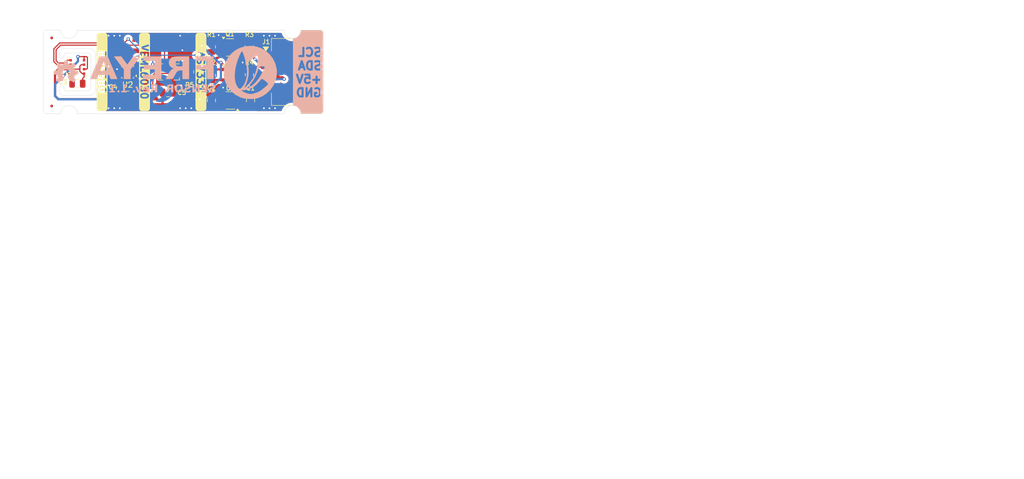
<source format=kicad_pcb>
(kicad_pcb (version 20240108) (generator "pcbnew") (generator_version "8.0")
  (layers (0 "F.Cu" signal) (31 "B.Cu" signal) (34 "B.Paste" user) (35 "F.Paste" user) (36 "B.SilkS" user "B.Silkscreen") (37 "F.SilkS" user "F.Silkscreen") (38 "B.Mask" user) (39 "F.Mask" user) (44 "Edge.Cuts" user))
  (net 0 "")
  (net 4 "Net-(U4-REXT)")
  (net 5 "SDA_5v")
  (net 6 "SCL_5v")
  (net 7 "GND")
  (net 8 "+5V")
  (net 9 "SCL")
  (net 10 "+3V3")
  (net 11 "SDA")
  (footprint "" (layer "F.Cu") (at 165.9 101.4)
    (property "Reference" "" (at 0 0 0) (layer "F.SilkS") (effects (font (size 1.27 1.27))))
    (property "Value" "")
    (pad "" smd circle (at 0 0) (size 0.5 0.5) (layers "F.Cu" "F.Mask") (clearance 0.5))
  )
  (footprint "Resistor_SMD:R_0805_2012Metric" (layer "F.Cu") (at 176.8 108 90)
    (property "Reference" "R4" (at 2.2 0 180) (layer "F.SilkS") (effects (font (size 0.8 0.8))))
    (property "Value" "10k")
    (pad "1" smd roundrect (at -0.9125 0 90) (size 1.025 1.4) (layers "F.Cu" "F.Paste" "F.Mask") (roundrect_rratio 0.243902) (net 8 "+5V"))
    (pad "2" smd roundrect (at 0.9125 0 90) (size 1.025 1.4) (layers "F.Cu" "F.Paste" "F.Mask") (roundrect_rratio 0.243902) (net 5 "SDA_5v"))
  )
  (footprint "Resistor_SMD:R_0805_2012Metric" (layer "F.Cu") (at 166.1 107.5 90)
    (property "Reference" "R5" (at -2.3 0 180) (layer "F.SilkS") (effects (font (size 0.8 0.8))))
    (property "Value" "3M3")
    (pad "1" smd roundrect (at -0.9125 0 90) (size 1.025 1.4) (layers "F.Cu" "F.Paste" "F.Mask") (roundrect_rratio 0.243902) (net 4 "Net-(U4-REXT)"))
    (pad "2" smd roundrect (at 0.9125 0 90) (size 1.025 1.4) (layers "F.Cu" "F.Paste" "F.Mask") (roundrect_rratio 0.243902) (net 7 "GND"))
  )
  (footprint "Capacitor_SMD:C_0805_2012Metric" (layer "F.Cu") (at 155 110.2)
    (property "Reference" "C4" (at -2.6 0 0) (layer "F.SilkS") (effects (font (size 0.8 0.8))))
    (property "Value" "100nF")
    (pad "1" smd roundrect (at -0.95 0) (size 1 1.45) (layers "F.Cu" "F.Paste" "F.Mask") (net 10 "+3V3"))
    (pad "2" smd roundrect (at 0.95 0) (size 1 1.45) (layers "F.Cu" "F.Paste" "F.Mask") (net 7 "GND"))
  )
  (footprint "Fiducial:Fiducial_0.5mm_Mask1.5mm" (layer "F.Cu") (at 141.4 101.4)
    (property "Reference" "REF**" (hide yes))
    (property "Value" "Fiducial_0.5mm_Mask1.5mm" (hide yes))
    (pad "" smd circle (at 0 0) (size 0.5 0.5) (layers "F.Cu" "F.Mask") (clearance 0.5))
  )
  (footprint "Resistor_SMD:R_0805_2012Metric" (layer "F.Cu") (at 170 103 -90)
    (property "Reference" "R1" (at -2.2 0 180) (layer "F.SilkS") (effects (font (size 0.8 0.8))))
    (property "Value" "10k")
    (pad "1" smd roundrect (at -0.9125 0 270) (size 1.025 1.4) (layers "F.Cu" "F.Paste" "F.Mask") (roundrect_rratio 0.243902) (net 10 "+3V3"))
    (pad "2" smd roundrect (at 0.9125 0 270) (size 1.025 1.4) (layers "F.Cu" "F.Paste" "F.Mask") (roundrect_rratio 0.243902) (net 9 "SCL"))
  )
  (footprint "Capacitor_SMD:C_0805_2012Metric" (layer "F.Cu") (at 146 109.6 180)
    (property "Reference" "C3" (at 2.6 0.3 0) (layer "F.SilkS") (effects (font (size 0.8 0.8))))
    (property "Value" "100nF")
    (pad "1" smd roundrect (at -0.95 0 180) (size 1 1.45) (layers "F.Cu" "F.Paste" "F.Mask") (net 10 "+3V3"))
    (pad "2" smd roundrect (at 0.95 0 180) (size 1 1.45) (layers "F.Cu" "F.Paste" "F.Mask") (net 7 "GND"))
  )
  (footprint "Package_TO_SOT_SMD:SOT-23-5" (layer "F.Cu") (at 173.4 112.6 180)
    (property "Reference" "U3" (at 0 2.2 0) (layer "F.SilkS") (effects (font (size 0.8 0.8))))
    (property "Value" "MIC5225-3.3YM5")
    (pad "1" smd roundrect (at -1.1375 -0.95 180) (size 1.325 0.6) (layers "F.Cu" "F.Paste" "F.Mask") (net 8 "+5V"))
    (pad "2" smd roundrect (at -1.1375 0 180) (size 1.325 0.6) (layers "F.Cu" "F.Paste" "F.Mask") (net 7 "GND"))
    (pad "3" smd roundrect (at -1.1375 0.95 180) (size 1.325 0.6) (layers "F.Cu" "F.Paste" "F.Mask") (net 8 "+5V"))
    (pad "4" smd roundrect (at 1.1375 0.95 180) (size 1.325 0.6) (layers "F.Cu" "F.Paste" "F.Mask"))
    (pad "5" smd roundrect (at 1.1375 -0.95 180) (size 1.325 0.6) (layers "F.Cu" "F.Paste" "F.Mask") (net 10 "+3V3"))
  )
  (footprint "Capacitor_SMD:C_0805_2012Metric" (layer "F.Cu") (at 177 112.6 -90)
    (property "Reference" "C1" (at -2.2 0 180) (layer "F.SilkS") (effects (font (size 0.8 0.8))))
    (property "Value" "10uF")
    (pad "1" smd roundrect (at -0.95 0 270) (size 1 1.45) (layers "F.Cu" "F.Paste" "F.Mask") (net 8 "+5V"))
    (pad "2" smd roundrect (at 0.95 0 270) (size 1 1.45) (layers "F.Cu" "F.Paste" "F.Mask") (net 7 "GND"))
  )
  (footprint "Resistor_SMD:R_0805_2012Metric" (layer "F.Cu") (at 176.7625 103 90)
    (property "Reference" "R3" (at 2.1875 0.0375 180) (layer "F.SilkS") (effects (font (size 0.8 0.8))))
    (property "Value" "10k")
    (pad "1" smd roundrect (at -0.9125 0 90) (size 1.025 1.4) (layers "F.Cu" "F.Paste" "F.Mask") (roundrect_rratio 0.243902) (net 8 "+5V"))
    (pad "2" smd roundrect (at 0.9125 0 90) (size 1.025 1.4) (layers "F.Cu" "F.Paste" "F.Mask") (roundrect_rratio 0.243902) (net 6 "SCL_5v"))
  )
  (footprint "Resistor_SMD:R_0805_2012Metric" (layer "F.Cu") (at 170 108.0875 -90)
    (property "Reference" "R2" (at -2.2875 0 180) (layer "F.SilkS") (effects (font (size 0.8 0.8))))
    (property "Value" "10k")
    (pad "1" smd roundrect (at -0.9125 0 270) (size 1.025 1.4) (layers "F.Cu" "F.Paste" "F.Mask") (roundrect_rratio 0.243902) (net 10 "+3V3"))
    (pad "2" smd roundrect (at 0.9125 0 270) (size 1.025 1.4) (layers "F.Cu" "F.Paste" "F.Mask") (roundrect_rratio 0.243902) (net 11 "SDA"))
  )
  (footprint "Capacitor_SMD:C_0805_2012Metric" (layer "F.Cu") (at 162.2 111.2)
    (property "Reference" "C5" (at 2.5 0 0) (layer "F.SilkS") (effects (font (size 0.8 0.8))))
    (property "Value" "100nF")
    (pad "1" smd roundrect (at -0.95 0) (size 1 1.45) (layers "F.Cu" "F.Paste" "F.Mask") (net 10 "+3V3"))
    (pad "2" smd roundrect (at 0.95 0) (size 1 1.45) (layers "F.Cu" "F.Paste" "F.Mask") (net 7 "GND"))
  )
  (footprint "Package_TO_SOT_SMD:SOT-23" (layer "F.Cu") (at 173.4 108)
    (property "Reference" "Q2" (at 0 -2.2 0) (layer "F.SilkS") (effects (font (size 0.8 0.8))))
    (property "Value" "BS170")
    (pad "1" smd roundrect (at -0.9375 -0.95) (size 1.475 0.6) (layers "F.Cu" "F.Paste" "F.Mask") (net 10 "+3V3"))
    (pad "2" smd roundrect (at -0.9375 0.95) (size 1.475 0.6) (layers "F.Cu" "F.Paste" "F.Mask") (net 11 "SDA"))
    (pad "3" smd roundrect (at 0.9375 0) (size 1.475 0.6) (layers "F.Cu" "F.Paste" "F.Mask") (net 5 "SDA_5v"))
  )
  (footprint "" (layer "F.Cu") (at 141.4 113.6)
    (property "Reference" "" (at 0 0 0) (layer "F.SilkS") (effects (font (size 1.27 1.27))))
    (property "Value" "")
    (pad "" smd circle (at 0 0) (size 0.5 0.5) (layers "F.Cu" "F.Mask") (clearance 0.5))
  )
  (footprint "Capacitor_SMD:C_0805_2012Metric" (layer "F.Cu") (at 170 112.6 90)
    (property "Reference" "C2" (at 2.2 0 180) (layer "F.SilkS") (effects (font (size 0.8 0.8))))
    (property "Value" "10uF")
    (pad "1" smd roundrect (at -0.95 0 90) (size 1 1.45) (layers "F.Cu" "F.Paste" "F.Mask") (net 10 "+3V3"))
    (pad "2" smd roundrect (at 0.95 0 90) (size 1 1.45) (layers "F.Cu" "F.Paste" "F.Mask") (net 7 "GND"))
  )
  (footprint "Package_TO_SOT_SMD:SOT-23" (layer "F.Cu") (at 173.325 103.1)
    (property "Reference" "Q1" (at 0 -2.4 0) (layer "F.SilkS") (effects (font (size 0.8 0.8))))
    (property "Value" "BS170")
    (pad "1" smd roundrect (at -0.9375 -0.95) (size 1.475 0.6) (layers "F.Cu" "F.Paste" "F.Mask") (net 10 "+3V3"))
    (pad "2" smd roundrect (at -0.9375 0.95) (size 1.475 0.6) (layers "F.Cu" "F.Paste" "F.Mask") (net 9 "SCL"))
    (pad "3" smd roundrect (at 0.9375 0) (size 1.475 0.6) (layers "F.Cu" "F.Paste" "F.Mask") (net 6 "SCL_5v"))
  )
  (footprint "emcosys:BME680" (layer "F.Cu") (at 146 106.6 90)
    (property "Reference" "U1" (at 0 -2.6 180) (layer "F.SilkS") (effects (font (size 0.8 0.8))))
    (property "Value" "BME680")
    (pad "1" smd rect (at -1.2 -1.2 90) (size 0.43 0.43) (layers "F.Cu" "F.Paste" "F.Mask") (net 7 "GND"))
    (pad "2" smd rect (at -0.4 -1.2 90) (size 0.43 0.43) (layers "F.Cu" "F.Paste" "F.Mask") (net 10 "+3V3"))
    (pad "3" smd rect (at 0.4 -1.2 90) (size 0.43 0.43) (layers "F.Cu" "F.Paste" "F.Mask") (net 11 "SDA"))
    (pad "4" smd rect (at 1.2 -1.2 90) (size 0.43 0.43) (layers "F.Cu" "F.Paste" "F.Mask") (net 9 "SCL"))
    (pad "5" smd rect (at 1.2 1.2 90) (size 0.43 0.43) (layers "F.Cu" "F.Paste" "F.Mask") (net 7 "GND"))
    (pad "6" smd rect (at 0.4 1.2 90) (size 0.43 0.43) (layers "F.Cu" "F.Paste" "F.Mask") (net 10 "+3V3"))
    (pad "7" smd rect (at -0.4 1.2 90) (size 0.43 0.43) (layers "F.Cu" "F.Paste" "F.Mask") (net 7 "GND"))
    (pad "8" smd rect (at -1.2 1.2 90) (size 0.43 0.43) (layers "F.Cu" "F.Paste" "F.Mask") (net 10 "+3V3"))
  )
  (footprint "emcosys:VEML6030" (layer "F.Cu") (at 155 107.5 90)
    (property "Reference" "U2" (at -2.3 0 180) (layer "F.SilkS"))
    (property "Value" "VEML6030")
    (pad "1" smd rect (at -0.65 0.875 90) (size 0.3 0.55) (layers "F.Cu" "F.Paste" "F.Mask") (net 7 "GND"))
    (pad "2" smd rect (at 0 0.875 90) (size 0.3 0.55) (layers "F.Cu" "F.Paste" "F.Mask") (net 11 "SDA"))
    (pad "3" smd rect (at 0.65 0.875 90) (size 0.3 0.55) (layers "F.Cu" "F.Paste" "F.Mask"))
    (pad "4" smd rect (at 0.65 -0.875 90) (size 0.3 0.55) (layers "F.Cu" "F.Paste" "F.Mask") (net 7 "GND"))
    (pad "5" smd rect (at 0 -0.875 90) (size 0.3 0.55) (layers "F.Cu" "F.Paste" "F.Mask") (net 9 "SCL"))
    (pad "6" smd rect (at -0.65 -0.875 90) (size 0.3 0.55) (layers "F.Cu" "F.Paste" "F.Mask") (net 10 "+3V3"))
  )
  (footprint "emcosys:Osram_AS7331" (layer "F.Cu") (at 162.3 107.5 180)
    (property "Reference" "U4" (at -1.3 2.2 0) (layer "F.SilkS") (effects (font (size 0.8 0.8))))
    (property "Value" "AS7331")
    (pad "1" smd rect (at -1.525 0.7 270) (size 0.3 0.3) (layers "F.Cu" "F.Paste" "F.Mask") (net 7 "GND"))
    (pad "2" smd rect (at -1.525 0.25 270) (size 0.3 0.3) (layers "F.Cu" "F.Paste" "F.Mask") (net 7 "GND"))
    (pad "3" smd rect (at -1.525 -0.25 270) (size 0.3 0.3) (layers "F.Cu" "F.Paste" "F.Mask") (net 10 "+3V3"))
    (pad "4" smd rect (at -1.525 -0.7 270) (size 0.3 0.3) (layers "F.Cu" "F.Paste" "F.Mask") (net 4 "Net-(U4-REXT)"))
    (pad "5" smd rect (at -0.7 -1.05 180) (size 0.3 0.3) (layers "F.Cu" "F.Paste" "F.Mask") (net 7 "GND"))
    (pad "6" smd rect (at -0.25 -1.05 180) (size 0.3 0.3) (layers "F.Cu" "F.Paste" "F.Mask") (net 7 "GND"))
    (pad "7" smd rect (at 0.25 -1.05 180) (size 0.3 0.3) (layers "F.Cu" "F.Paste" "F.Mask") (net 7 "GND"))
    (pad "8" smd rect (at 0.7 -1.05 180) (size 0.3 0.3) (layers "F.Cu" "F.Paste" "F.Mask") (net 7 "GND"))
    (pad "9" smd rect (at 1.525 -0.7 270) (size 0.3 0.3) (layers "F.Cu" "F.Paste" "F.Mask"))
    (pad "10" smd rect (at 1.525 -0.25 270) (size 0.3 0.3) (layers "F.Cu" "F.Paste" "F.Mask") (net 10 "+3V3"))
    (pad "11" smd rect (at 1.525 0.25 270) (size 0.3 0.3) (layers "F.Cu" "F.Paste" "F.Mask") (net 7 "GND"))
    (pad "12" smd rect (at 1.525 0.7 270) (size 0.3 0.3) (layers "F.Cu" "F.Paste" "F.Mask") (net 11 "SDA"))
    (pad "13" smd rect (at 0.7 1.05 180) (size 0.3 0.3) (layers "F.Cu" "F.Paste" "F.Mask") (net 9 "SCL"))
    (pad "14" smd rect (at 0.25 1.05 180) (size 0.3 0.3) (layers "F.Cu" "F.Paste" "F.Mask") (net 7 "GND"))
    (pad "15" smd rect (at -0.25 1.05 180) (size 0.3 0.3) (layers "F.Cu" "F.Paste" "F.Mask") (net 7 "GND"))
    (pad "16" smd rect (at -0.7 1.05 180) (size 0.3 0.3) (layers "F.Cu" "F.Paste" "F.Mask") (net 7 "GND"))
  )
  (footprint "emcosys:Grove_SMD_right_angle" (layer "F.Cu") (at 188.5 107.5)
    (property "Reference" "J1" (at -8.7 -5.4 0) (layer "F.SilkS") (effects (font (size 0.8 0.8) (thickness 0.15) (bold yes))))
    (property "Value" "Grove")
    (pad "1" smd rect (at -8 -3) (size 3.4 1) (layers "F.Cu" "F.Paste" "F.Mask") (net 6 "SCL_5v"))
    (pad "2" smd roundrect (at -8 -1) (size 3.4 1) (layers "F.Cu" "F.Paste" "F.Mask") (net 5 "SDA_5v"))
    (pad "3" smd roundrect (at -8 1) (size 3.4 1) (layers "F.Cu" "F.Paste" "F.Mask") (net 8 "+5V"))
    (pad "4" smd roundrect (at -8 3) (size 3.4 1) (layers "F.Cu" "F.Paste" "F.Mask") (net 7 "GND"))
    (pad "5" smd rect (at -0.5 -5.3) (size 3.6 1.5) (layers "F.Cu" "F.Paste" "F.Mask") (net 7 "GND"))
    (pad "5" smd rect (at -0.5 5.3) (size 3.6 1.5) (layers "F.Cu" "F.Paste" "F.Mask") (net 7 "GND"))
  )
  (footprint "emcosys:freyaflower_10mm" (layer "B.Cu") (at 176.9 107.5 180)
    (property "Reference" "G***" (hide yes))
    (property "Value" "LOGO" (hide yes))
  )
  (footprint "LOGO" (layer "B.Cu") (at 144 107.4 180)
    (property "Reference" "G***" (hide yes))
    (property "Value" "LOGO" (hide yes))
  )
  (footprint "emcosys:SpuQ_5mm_copper" (layer "B.Cu") (at 160.8 110.4 90)
    (property "Reference" "G***" (hide yes))
    (property "Value" "LOGO" (hide yes))
    (fp_poly (pts (xy 0.40754 2.458362) (xy 0.85419 2.33569) (xy 1.279237 2.124915) (xy 1.671263 1.82604) (xy 1.750205 1.750205) (xy 2.072836 1.36199) (xy 2.304454 0.938106) (xy 2.443789 0.486553) (xy 2.489569 0.015328) (xy 2.440527 -0.46757) (xy 2.295392 -0.954143) (xy 2.210277 -1.147741) (xy 2.065481 -1.382336) (xy 1.858155 -1.633727) (xy 1.6154 -1.874813) (xy 1.364318 -2.078492) (xy 1.147741 -2.210277) (xy 0.777984 -2.357505) (xy 0.39537 -2.455705) (xy 0.040078 -2.494811) (xy 0.011104 -2.495088) (xy -0.142089 -2.492311) (xy -0.216625 -2.47711) (xy -0.233627 -2.439183) (xy -0.219095 -2.382809) (xy -0.199572 -2.268986) (xy -0.190772 -2.102487) (xy -0.191882 -2.00062) (xy -0.182849 -1.810747) (xy -0.147796 -1.619997) (xy -0.094752 -1.453884) (xy -0.031744 -1.337922) (xy 0.029382 -1.297446) (xy 0.089808 -1.306142) (xy 0.185082 -1.336578) (xy 0.332685 -1.395281) (xy 0.550099 -1.488774) (xy 0.596267 -1.50904) (xy 0.846898 -1.581108) (xy 0.991174 -1.578637) (xy 1.148502 -1.539191) (xy 1.219387 -1.477334) (xy 1.216918 -1.378032) (xy 1.202683 -1.335654) (xy 1.175063 -1.220963) (xy 1.215343 -1.16422) (xy 1.337679 -1.147837) (xy 1.353928 -1.147741) (xy 1.478997 -1.114315) (xy 1.620119 -1.030282) (xy 1.747221 -0.920003) (xy 1.830229 -0.807841) (xy 1.846365 -0.748811) (xy 1.803777 -0.67611) (xy 1.680944 -0.56219) (xy 1.485268 -0.413571) (xy 1.392078 -0.348482) (xy 1.134673 -0.159145) (xy 0.958022 0.005027) (xy 0.850972 0.157772) (xy 0.802371 0.312834) (xy 0.796634 0.385136) (xy 0.754214 0.502549) (xy 0.643748 0.645137) (xy 0.484542 0.789805) (xy 0.416878 0.839421) (xy 0.315254 0.920817) (xy 0.282672 0.997642) (xy 0.299753 1.110018) (xy 0.349967 1.260865) (xy 0.424583 1.431537) (xy 0.44427 1.470178) (xy 0.517372 1.628703) (xy 0.549164 1.743451) (xy 0.534763 1.795285) (xy 0.527497 1.796464) (xy 0.472674 1.769722) (xy 0.358146 1.699071) (xy 0.205236 1.598869) (xy 0.035266 1.483477) (xy -0.130442 1.367254) (xy -0.270564 1.264559) (xy -0.324362 1.222777) (xy -0.498013 1.099494) (xy -0.690992 0.984542) (xy -0.748527 0.95521) (xy -0.899208 0.870256) (xy -1.088101 0.746135) (xy -1.277131 0.60803) (xy -1.297446 0.592162) (xy -1.452121 0.461589) (xy -1.584169 0.325733) (xy -1.712169 0.161629) (xy -1.854697 -0.053686) (xy -1.963292 -0.230918) (xy -2.091992 -0.438214) (xy -2.204883 -0.607674) (xy -2.291376 -0.7243) (xy -2.340884 -0.773091) (xy -2.345992 -0.773101) (xy -2.379195 -0.713358) (xy -2.418914 -0.588517) (xy -2.441148 -0.496112) (xy -2.493765 -0.019947) (xy -2.450435 0.4514) (xy -2.314774 0.906174) (xy -2.090396 1.332622) (xy -1.780917 1.71899) (xy -1.750205 1.750205) (xy -1.366777 2.068039) (xy -0.947872 2.297772) (xy -0.504907 2.439404) (xy -0.049297 2.492934) (xy 0.40754 2.458362)) (stroke (width 0.01)) (fill solid) (layer "B.Cu"))
  )
  (gr_arc (start 190 114.5) (mid 189.853553 114.853553) (end 189.5 115) (stroke (width 0.05)) (layer "Edge.Cuts"))
  (gr_line (start 143.6 103.3) (end 148.2 103.3) (stroke (width 0.05)) (layer "Edge.Cuts"))
  (gr_arc (start 189.5 100) (mid 189.853553 100.146447) (end 190 100.5) (stroke (width 0.05)) (layer "Edge.Cuts"))
  (gr_line (start 140.5 100) (end 143 100) (stroke (width 0.05)) (layer "Edge.Cuts"))
  (gr_line (start 143.6 111.7) (end 148.2 111.7) (stroke (width 0.05)) (layer "Edge.Cuts"))
  (gr_arc (start 143.6 111.7) (mid 143.034315 111.465685) (end 142.8 110.9) (stroke (width 0.05)) (layer "Edge.Cuts"))
  (gr_line (start 146 100) (end 183 100) (stroke (width 0.05)) (layer "Edge.Cuts"))
  (gr_line (start 144 110.9) (end 147.8 110.9) (stroke (width 0.05)) (layer "Edge.Cuts"))
  (gr_arc (start 148.2 103.300001) (mid 148.914426 103.585574) (end 149.199999 104.3) (stroke (width 0.05)) (layer "Edge.Cuts"))
  (gr_arc (start 140 100.5) (mid 140.146447 100.146447) (end 140.5 100) (stroke (width 0.05)) (layer "Edge.Cuts"))
  (gr_arc (start 183 115) (mid 184.5 113.5) (end 186 115) (stroke (width 0.05)) (layer "Edge.Cuts"))
  (gr_line (start 186 100) (end 189.5 100) (stroke (width 0.05)) (layer "Edge.Cuts"))
  (gr_arc (start 142.8 110.3) (mid 143.2 109.9) (end 143.6 110.3) (stroke (width 0.05)) (layer "Edge.Cuts"))
  (gr_arc (start 140.5 115) (mid 140.146447 114.853553) (end 140 114.5) (stroke (width 0.05)) (layer "Edge.Cuts"))
  (gr_line (start 189.5 115) (end 186 115) (stroke (width 0.05)) (layer "Edge.Cuts"))
  (gr_line (start 190 100.5) (end 190 114.5) (stroke (width 0.05)) (layer "Edge.Cuts"))
  (gr_line (start 183 115) (end 146 115) (stroke (width 0.05)) (layer "Edge.Cuts"))
  (gr_arc (start 143.6 104.7) (mid 143.2 105.1) (end 142.8 104.7) (stroke (width 0.05)) (layer "Edge.Cuts"))
  (gr_line (start 140 114.5) (end 140 100.5) (stroke (width 0.05)) (layer "Edge.Cuts"))
  (gr_line (start 143.6 110.3) (end 143.6 110.5) (stroke (width 0.05)) (layer "Edge.Cuts"))
  (gr_line (start 142.8 110.3) (end 142.8 110.9) (stroke (width 0.05)) (layer "Edge.Cuts"))
  (gr_line (start 148.4 110.3) (end 148.4 104.7) (stroke (width 0.05)) (layer "Edge.Cuts"))
  (gr_arc (start 143 115) (mid 144.5 113.5) (end 146 115) (stroke (width 0.05)) (layer "Edge.Cuts"))
  (gr_line (start 149.2 110.7) (end 149.2 104.3) (stroke (width 0.05)) (layer "Edge.Cuts"))
  (gr_arc (start 148.4 110.3) (mid 148.224264 110.724264) (end 147.8 110.9) (stroke (width 0.05)) (layer "Edge.Cuts"))
  (gr_arc (start 146 100) (mid 144.5 101.5) (end 143 100) (stroke (width 0.05)) (layer "Edge.Cuts"))
  (gr_line (start 143.6 104.7) (end 143.6 104.5) (stroke (width 0.05)) (layer "Edge.Cuts"))
  (gr_arc (start 149.199999 110.7) (mid 148.914426 111.414426) (end 148.2 111.699999) (stroke (width 0.05)) (layer "Edge.Cuts"))
  (gr_arc (start 142.8 104.1) (mid 143.034315 103.534315) (end 143.6 103.3) (stroke (width 0.05)) (layer "Edge.Cuts"))
  (gr_arc (start 147.8 104.1) (mid 148.224264 104.275736) (end 148.4 104.7) (stroke (width 0.05)) (layer "Edge.Cuts"))
  (gr_arc (start 143.6 104.5) (mid 143.717157 104.217157) (end 144 104.1) (stroke (width 0.05)) (layer "Edge.Cuts"))
  (gr_line (start 144 104.1) (end 147.8 104.1) (stroke (width 0.05)) (layer "Edge.Cuts"))
  (gr_arc (start 186 100) (mid 184.5 101.5) (end 183 100) (stroke (width 0.05)) (layer "Edge.Cuts"))
  (gr_line (start 142.8 104.7) (end 142.8 104.1) (stroke (width 0.05)) (layer "Edge.Cuts"))
  (gr_arc (start 144 110.9) (mid 143.717157 110.782843) (end 143.6 110.5) (stroke (width 0.05)) (layer "Edge.Cuts"))
  (gr_line (start 143 115) (end 140.5 115) (stroke (width 0.05)) (layer "Edge.Cuts"))
  (gr_text "SENSOR  Rev. 1.1" (at 170.8 111.4 0) (layer "B.SilkS") (effects (font (size 1.4 1.4) (thickness 0.28) (bold yes)) (justify left bottom mirror)))
  (gr_text "SCL\nSDA\n+5V\nGND" (at 190 112.1 0) (layer "B.SilkS" knockout) (effects (font (size 1.5 1.5) (thickness 0.375) (bold yes)) (justify left bottom mirror)))
  (gr_text "FREYA" (at 171 109.462615 0) (layer "B.SilkS") (effects (font (size 4 4.6) (thickness 1) (bold yes)) (justify left bottom mirror)))
  (gr_text "BME680" (at 149.6 107.5 270) (layer "F.SilkS" knockout) (effects (font (size 1.3 1.3) (thickness 0.3) (bold yes)) (justify bottom)))
  (gr_text "AS7331" (at 167.3 107.5 270) (layer "F.SilkS" knockout) (effects (font (size 1.3 1.3) (thickness 0.3) (bold yes)) (justify bottom)))
  (gr_text "VEML6030" (at 157.2 107.5 270) (layer "F.SilkS" knockout) (effects (font (size 1.3 1.3) (thickness 0.3) (bold yes)) (justify bottom)))
  (segment (start 165.0125 108.4125) (end 166.1 108.4125) (width 0.2) (layer "F.Cu") (net 4))
  (segment (start 163.825 108.2) (end 164.8 108.2) (width 0.2) (layer "F.Cu") (net 4))
  (segment (start 164.8 108.2) (end 165.0125 108.4125) (width 0.2) (layer "F.Cu") (net 4))
  (segment (start 174.3375 108) (end 175.2 108) (width 0.4) (layer "F.Cu") (net 5))
  (segment (start 176.1125 107.0875) (end 176.8 107.0875) (width 0.4) (layer "F.Cu") (net 5))
  (segment (start 177.7125 107.0875) (end 178.3 106.5) (width 0.4) (layer "F.Cu") (net 5))
  (segment (start 176.8 107.0875) (end 177.7125 107.0875) (width 0.4) (layer "F.Cu") (net 5))
  (segment (start 178.3 106.5) (end 180.5 106.5) (width 0.4) (layer "F.Cu") (net 5))
  (segment (start 175.2 108) (end 176.1125 107.0875) (width 0.4) (layer "F.Cu") (net 5))
  (segment (start 178.2 102.6) (end 178.2 104.2) (width 0.4) (layer "F.Cu") (net 6))
  (segment (start 178.2 104.2) (end 178.5 104.5) (width 0.4) (layer "F.Cu") (net 6))
  (segment (start 176.7625 102.0875) (end 177.6875 102.0875) (width 0.4) (layer "F.Cu") (net 6))
  (segment (start 176.1125 102.0875) (end 176.7625 102.0875) (width 0.4) (layer "F.Cu") (net 6))
  (segment (start 177.6875 102.0875) (end 178.2 102.6) (width 0.4) (layer "F.Cu") (net 6))
  (segment (start 178.5 104.5) (end 180.5 104.5) (width 0.4) (layer "F.Cu") (net 6))
  (segment (start 174.2625 103.1) (end 175.1 103.1) (width 0.4) (layer "F.Cu") (net 6))
  (segment (start 175.1 103.1) (end 176.1125 102.0875) (width 0.4) (layer "F.Cu") (net 6))
  (segment (start 147.65 104.75) (end 147.35 104.75) (width 0.2) (layer "F.Cu") (net 7))
  (segment (start 145.05 108.8) (end 144.8 108.55) (width 0.2) (layer "F.Cu") (net 7))
  (segment (start 175.8 113) (end 175.8 113.4) (width 0.4) (layer "F.Cu") (net 7))
  (segment (start 147.8 104.9) (end 147.65 104.75) (width 0.2) (layer "F.Cu") (net 7))
  (segment (start 175.8 113.4) (end 175.95 113.55) (width 0.4) (layer "F.Cu") (net 7))
  (segment (start 162.55 106.45) (end 163 106.45) (width 0.2) (layer "F.Cu") (net 7))
  (segment (start 147.3 104.75) (end 147.35 104.75) (width 0.2) (layer "F.Cu") (net 7))
  (segment (start 147.2 104.85) (end 147.2 105.4) (width 0.2) (layer "F.Cu") (net 7))
  (segment (start 162.05 108.55) (end 162.55 108.55) (width 0.2) (layer "F.Cu") (net 7))
  (segment (start 161.85 107.25) (end 162.05 107.05) (width 0.2) (layer "F.Cu") (net 7))
  (segment (start 175.95 113.55) (end 177 113.55) (width 0.4) (layer "F.Cu") (net 7))
  (segment (start 160.775 107.25) (end 161.85 107.25) (width 0.2) (layer "F.Cu") (net 7))
  (segment (start 147.35 104.75) (end 147.1 104.75) (width 0.2) (layer "F.Cu") (net 7))
  (segment (start 145.05 109.6) (end 145.05 108.8) (width 0.2) (layer "F.Cu") (net 7))
  (segment (start 162.25 107.25) (end 162.05 107.05) (width 0.2) (layer "F.Cu") (net 7))
  (segment (start 162.05 106.45) (end 162.55 106.45) (width 0.2) (layer "F.Cu") (net 7))
  (segment (start 163.825 107.25) (end 162.25 107.25) (width 0.2) (layer "F.Cu") (net 7))
  (segment (start 144.8 108.55) (end 144.8 107.8) (width 0.2) (layer "F.Cu") (net 7))
  (segment (start 161.6 108.55) (end 162.05 108.55) (width 0.2) (layer "F.Cu") (net 7))
  (segment (start 162.05 107.05) (end 162.05 106.45) (width 0.2) (layer "F.Cu") (net 7))
  (segment (start 147.2 107) (end 147.65 107) (width 0.2) (layer "F.Cu") (net 7))
  (segment (start 146.1 104.75) (end 147.1 104.75) (width 0.2) (layer "F.Cu") (net 7))
  (segment (start 143.85 107.8) (end 143.5 108.15) (width 0.2) (layer "F.Cu") (net 7))
  (segment (start 147.8 106.85) (end 147.8 104.9) (width 0.2) (layer "F.Cu") (net 7))
  (segment (start 144.8 107.8) (end 143.85 107.8) (width 0.2) (layer "F.Cu") (net 7))
  (segment (start 147.65 107) (end 147.8 106.85) (width 0.2) (layer "F.Cu") (net 7))
  (segment (start 163.825 106.8) (end 163.825 107.25) (width 0.2) (layer "F.Cu") (net 7))
  (segment (start 162.55 108.55) (end 163 108.55) (width 0.2) (layer "F.Cu") (net 7))
  (segment (start 175.4 112.6) (end 175.8 113) (width 0.4) (layer "F.Cu") (net 7))
  (segment (start 174.5375 112.6) (end 175.4 112.6) (width 0.4) (layer "F.Cu") (net 7))
  (segment (start 147.1 104.75) (end 147.2 104.85) (width 0.2) (layer "F.Cu") (net 7))
  (segment (start 147.2 104.85) (end 147.3 104.75) (width 0.2) (layer "F.Cu") (net 7))
  (via (at 164.6 109.9) (size 0.6) (drill 0.3) (layers "F.Cu" "B.Cu") (net 7))
  (via (at 171.3 100.9) (size 0.6) (drill 0.3) (layers "F.Cu" "B.Cu") (net 7))
  (via (at 175.6 105.8) (size 0.6) (drill 0.3) (layers "F.Cu" "B.Cu") (net 7))
  (via (at 153.6 101) (size 0.6) (drill 0.3) (layers "F.Cu" "B.Cu") (net 7))
  (via (at 179.4 114) (size 0.6) (drill 0.3) (layers "F.Cu" "B.Cu") (net 7))
  (via (at 179.4 101) (size 0.6) (drill 0.3) (layers "F.Cu" "B.Cu") (net 7))
  (via (at 152.6 101) (size 0.6) (drill 0.3) (layers "F.Cu" "B.Cu") (net 7))
  (via (at 146.1 104.75) (size 0.6) (drill 0.3) (layers "F.Cu" "B.Cu") (net 7))
  (via (at 151.6 109.9) (size 0.6) (drill 0.3) (layers "F.Cu" "B.Cu") (net 7))
  (via (at 151.6 114) (size 0.6) (drill 0.3) (layers "F.Cu" "B.Cu") (net 7))
  (via (at 164.4 114) (size 0.6) (drill 0.3) (layers "F.Cu" "B.Cu") (net 7))
  (via (at 172.1 110.3) (size 0.6) (drill 0.3) (layers "F.Cu" "B.Cu") (net 7))
  (via (at 181.4 114) (size 0.6) (drill 0.3) (layers "F.Cu" "B.Cu") (net 7))
  (via (at 180.4 101) (size 0.6) (drill 0.3) (layers "F.Cu" "B.Cu") (net 7))
  (via (at 153.1 107) (size 0.6) (drill 0.3) (layers "F.Cu" "B.Cu") (net 7))
  (via (at 168.3 106.4) (size 0.6) (drill 0.3) (layers "F.Cu" "B.Cu") (net 7))
  (via (at 151.6 101) (size 0.6) (drill 0.3) (layers "F.Cu" "B.Cu") (net 7))
  (via (at 143.5 108.15) (size 0.6) (drill 0.3) (layers "F.Cu" "B.Cu") (net 7))
  (via (at 153.6 114) (size 0.6) (drill 0.3) (layers "F.Cu" "B.Cu") (net 7))
  (via (at 157.1 108.7) (size 0.6) (drill 0.3) (layers "F.Cu" "B.Cu") (net 7))
  (via (at 152.6 114) (size 0.6) (drill 0.3) (layers "F.Cu" "B.Cu") (net 7))
  (via (at 166.4 114) (size 0.6) (drill 0.3) (layers "F.Cu" "B.Cu") (net 7))
  (via (at 165.4 114) (size 0.6) (drill 0.3) (layers "F.Cu" "B.Cu") (net 7))
  (via (at 151.6 106.5) (size 0.6) (drill 0.3) (layers "F.Cu" "B.Cu") (net 7))
  (via (at 164.8 103.6) (size 0.6) (drill 0.3) (layers "F.Cu" "B.Cu") (net 7))
  (via (at 181.4 101) (size 0.6) (drill 0.3) (layers "F.Cu" "B.Cu") (net 7))
  (via (at 164.8 105.5) (size 0.6) (drill 0.3) (layers "F.Cu" "B.Cu") (net 7))
  (via (at 164.4 101) (size 0.6) (drill 0.3) (layers "F.Cu" "B.Cu") (net 7))
  (via (at 180.4 114) (size 0.6) (drill 0.3) (layers "F.Cu" "B.Cu") (net 7))
  (segment (start 144 107.7) (end 142 109.7) (width 0.4) (layer "B.Cu") (net 7))
  (segment (start 142 109.7) (end 142 110) (width 0.4) (layer "B.Cu") (net 7))
  (segment (start 142.6 112.4) (end 152.2 112.4) (width 0.4) (layer "B.Cu") (net 7))
  (segment (start 146.1 105.6) (end 146.1 104.75) (width 0.4) (layer "B.Cu") (net 7))
  (segment (start 144 107.7) (end 146.1 105.6) (width 0.4) (layer "B.Cu") (net 7))
  (segment (start 142 110) (end 142 111.8) (width 0.4) (layer "B.Cu") (net 7))
  (segment (start 142 111.8) (end 142.6 112.4) (width 0.4) (layer "B.Cu") (net 7))
  (segment (start 182.7 108.5) (end 180.5 108.5) (width 0.5) (layer "F.Cu") (net 8))
  (segment (start 173.4 113) (end 173.4 112) (width 0.2) (layer "F.Cu") (net 8))
  (segment (start 176.8 110.4) (end 177 110.6) (width 0.5) (layer "F.Cu") (net 8))
  (segment (start 173.4 112) (end 173.75 111.65) (width 0.2) (layer "F.Cu") (net 8))
  (segment (start 177 110.6) (end 177 111.65) (width 0.5) (layer "F.Cu") (net 8))
  (segment (start 173.75 111.65) (end 174.5375 111.65) (width 0.2) (layer "F.Cu") (net 8))
  (segment (start 183.02 108.78) (end 183 108.8) (width 0.5) (layer "F.Cu") (net 8))
  (segment (start 176.7625 103.9125) (end 176.7625 104.1625) (width 0.4) (layer "F.Cu") (net 8))
  (segment (start 173.95 113.55) (end 173.4 113) (width 0.2) (layer "F.Cu") (net 8))
  (segment (start 177 111.65) (end 174.5375 111.65) (width 0.5) (layer "F.Cu") (net 8))
  (segment (start 180.5 108.5) (end 178.5 108.5) (width 0.5) (layer "F.Cu") (net 8))
  (segment (start 178.0875 108.9125) (end 176.8 108.9125) (width 0.5) (layer "F.Cu") (net 8))
  (segment (start 176.8 108.9125) (end 176.8 110.4) (width 0.5) (layer "F.Cu") (net 8))
  (segment (start 183 108.8) (end 182.7 108.5) (width 0.5) (layer "F.Cu") (net 8))
  (segment (start 176.7625 104.1625) (end 177.8 105.2) (width 0.4) (layer "F.Cu") (net 8))
  (segment (start 174.5375 113.55) (end 173.95 113.55) (width 0.2) (layer "F.Cu") (net 8))
  (segment (start 178.5 108.5) (end 178.0875 108.9125) (width 0.5) (layer "F.Cu") (net 8))
  (via (at 177.8 105.2) (size 0.5) (drill 0.3) (layers "F.Cu" "B.Cu") (net 8))
  (via (at 183.02 108.78) (size 0.6) (drill 0.3) (layers "F.Cu" "B.Cu") (net 8))
  (segment (start 181.38 108.78) (end 177.8 105.2) (width 0.4) (layer "B.Cu") (net 8))
  (segment (start 183.02 108.78) (end 181.38 108.78) (width 0.4) (layer "B.Cu") (net 8))
  (segment (start 142.188226 103.51581) (end 143.004036 102.7) (width 0.2) (layer "F.Cu") (net 9))
  (segment (start 161.6 106.45) (end 161.6 102.7) (width 0.2) (layer "F.Cu") (net 9))
  (segment (start 154.125 107.5) (end 154.6 107.5) (width 0.2) (layer "F.Cu") (net 9))
  (segment (start 154.6 107.5) (end 155 107.1) (width 0.2) (layer "F.Cu") (net 9))
  (segment (start 144.8 105.4) (end 144.2 105.4) (width 0.2) (layer "F.Cu") (net 9))
  (segment (start 144.2 105.4) (end 143.7 105.9) (width 0.2) (layer "F.Cu") (net 9))
  (segment (start 143.7 105.9) (end 142.6 105.9) (width 0.2) (layer "F.Cu") (net 9))
  (segment (start 172.3875 104.05) (end 170.1375 104.05) (width 0.4) (layer "F.Cu") (net 9))
  (segment (start 155 107.1) (end 155 102.7) (width 0.2) (layer "F.Cu") (net 9))
  (segment (start 155 102.7) (end 161.6 102.7) (width 0.2) (layer "F.Cu") (net 9))
  (segment (start 161.6 102.7) (end 166.5 102.7) (width 0.2) (layer "F.Cu") (net 9))
  (segment (start 166.5 102.7) (end 167.7125 103.9125) (width 0.2) (layer "F.Cu") (net 9))
  (segment (start 167.7125 103.9125) (end 170 103.9125) (width 0.2) (layer "F.Cu") (net 9))
  (segment (start 142.188226 105.488226) (end 142.188226 103.51581) (width 0.2) (layer "F.Cu") (net 9))
  (segment (start 142.6 105.9) (end 142.188226 105.488226) (width 0.2) (layer "F.Cu") (net 9))
  (segment (start 170.1375 104.05) (end 170 103.9125) (width 0.4) (layer "F.Cu") (net 9))
  (segment (start 143.004036 102.7) (end 155 102.7) (width 0.2) (layer "F.Cu") (net 9))
  (segment (start 142.605099 112.405099) (end 142 111.8) (width 0.4) (layer "F.Cu") (net 10))
  (segment (start 160.775 107.75) (end 163.825 107.75) (width 0.2) (layer "F.Cu") (net 10))
  (segment (start 146.85 107.8) (end 147.2 107.8) (width 0.2) (layer "F.Cu") (net 10))
  (segment (start 170 102.0875) (end 169.0125 102.0875) (width 0.4) (layer "F.Cu") (net 10))
  (segment (start 146.45 106.85) (end 146.45 106.95) (width 0.2) (layer "F.Cu") (net 10))
  (segment (start 146.7 106.2) (end 146.45 106.45) (width 0.2) (layer "F.Cu") (net 10))
  (segment (start 172.4625 107.05) (end 172.4625 106.5625) (width 0.4) (layer "F.Cu") (net 10))
  (segment (start 161.25 113.25) (end 161.25 111.2) (width 0.4) (layer "F.Cu") (net 10))
  (segment (start 167.9 112.4) (end 167.9 113.2) (width 0.4) (layer "F.Cu") (net 10))
  (segment (start 146.95 108.65) (end 147.2 108.4) (width 0.2) (layer "F.Cu") (net 10))
  (segment (start 169.0125 102.0875) (end 168.3 102.8) (width 0.4) (layer "F.Cu") (net 10))
  (segment (start 161.2 113.3) (end 161.25 113.25) (width 0.4) (layer "F.Cu") (net 10))
  (segment (start 147.2 106.2) (end 146.7 106.2) (width 0.2) (layer "F.Cu") (net 10))
  (segment (start 146.3 107) (end 146.45 107.15) (width 0.2) (layer "F.Cu") (net 10))
  (segment (start 144.8 107) (end 142.6 107) (width 0.4) (layer "F.Cu") (net 10))
  (segment (start 142 107.6) (end 142.6 107) (width 0.4) (layer "F.Cu") (net 10))
  (segment (start 146.45 106.95) (end 146.45 107.15) (width 0.2) (layer "F.Cu") (net 10))
  (segment (start 154.05 112.35) (end 154 112.4) (width 0.4) (layer "F.Cu") (net 10))
  (segment (start 168.05 113.55) (end 167.8 113.3) (width 0.4) (layer "F.Cu") (net 10))
  (segment (start 167.8 113.3) (end 161.2 113.3) (width 0.4) (layer "F.Cu") (net 10))
  (segment (start 146.95 109.6) (end 146.95 108.65) (width 0.2) (layer "F.Cu") (net 10))
  (segment (start 153.4 108.4) (end 153.4 108.8) (width 0.4) (layer "F.Cu") (net 10))
  (segment (start 149 112.4) (end 148.994901 112.405099) (width 0.4) (layer "F.Cu") (net 10))
  (segment (start 161.2 113.3) (end 158.7 113.3) (width 0.4) (layer "F.Cu") (net 10))
  (segment (start 159.5 108.1) (end 159.5 110.7) (width 0.2) (layer "F.Cu") (net 10))
  (segment (start 170.125 107.05) (end 170 107.175) (width 0.4) (layer "F.Cu") (net 10))
  (segment (start 146.45 106.45) (end 146.45 106.85) (width 0.2) (layer "F.Cu") (net 10))
  (segment (start 149 112.4) (end 154 112.4) (width 0.4) (layer "F.Cu") (net 10))
  (segment (start 172.4625 107.05) (end 170.125 107.05) (width 0.4) (layer "F.Cu") (net 10))
  (segment (start 153.65 108.15) (end 153.4 108.4) (width 0.4) (layer "F.Cu") (net 10))
  (segment (start 154 112.4) (end 157.8 112.4) (width 0.4) (layer "F.Cu") (net 10))
  (segment (start 142 111.8) (end 142 107.6) (width 0.4) (layer "F.Cu") (net 10))
  (segment (start 160.775 107.75) (end 159.85 107.75) (width 0.2) (layer "F.Cu") (net 10))
  (segment (start 148.994901 112.405099) (end 142.605099 112.405099) (width 0.4) (layer "F.Cu") (net 10))
  (segment (start 160 111.2) (end 161.25 111.2) (width 0.2) (layer "F.Cu") (net 10))
  (segment (start 154.125 108.15) (end 153.65 108.15) (width 0.4) (layer "F.Cu") (net 10))
  (segment (start 153.4 108.8) (end 154.05 109.45) (width 0.4) (layer "F.Cu") (net 10))
  (segment (start 146.45 107.4) (end 146.85 107.8) (width 0.2) (layer "F.Cu") (net 10))
  (segment (start 147.2 108.4) (end 147.2 107.8) (width 0.2) (layer "F.Cu") (net 10))
  (segment (start 172.4625 106.5625) (end 171.7 105.8) (width 0.4) (layer "F.Cu") (net 10))
  (segment (start 167.9 113.2) (end 167.8 113.3) (width 0.4) (layer "F.Cu") (net 10))
  (segment (start 172.2625 113.55) (end 170 113.55) (width 0.4) (layer "F.Cu") (net 10))
  (segment (start 154.05 109.45) (end 154.05 110.2) (width 0.4) (layer "F.Cu") (net 10))
  (segment (start 170.0625 102.15) (end 170 102.0875) (width 0.4) (layer "F.Cu") (net 10))
  (segment (start 172.3875 102.15) (end 170.0625 102.15) (width 0.4) (layer "F.Cu") (net 10))
  (segment (start 146.45 107.15) (end 146.45 107.4) (width 0.2) (layer "F.Cu") (net 10))
  (segment (start 146.3 107) (end 146.45 106.85) (width 0.2) (layer "F.Cu") (net 10))
  (segment (start 170 113.55) (end 168.05 113.55) (width 0.4) (layer "F.Cu") (net 10))
  (segment (start 159.85 107.75) (end 159.5 108.1) (width 0.2) (layer "F.Cu") (net 10))
  (segment (start 146.3 107) (end 146.4 107) (width 0.2) (layer "F.Cu") (net 10))
  (segment (start 158.7 113.3) (end 157.8 112.4) (width 0.4) (layer "F.Cu") (net 10))
  (segment (start 159.5 110.7) (end 160 111.2) (width 0.2) (layer "F.Cu") (net 10))
  (segment (start 144.8 107) (end 146.3 107) (width 0.2) (layer "F.Cu") (net 10))
  (segment (start 146.4 107) (end 146.45 106.95) (width 0.2) (layer "F.Cu") (net 10))
  (segment (start 154.05 110.2) (end 154.05 112.35) (width 0.4) (layer "F.Cu") (net 10))
  (via (at 168.3 102.8) (size 0.6) (drill 0.3) (layers "F.Cu" "B.Cu") (net 10))
  (via (at 167.9 112.4) (size 0.6) (drill 0.3) (layers "F.Cu" "B.Cu") (net 10))
  (via (at 171.7 105.8) (size 0.6) (drill 0.3) (layers "F.Cu" "B.Cu") (net 10))
  (segment (start 168.3 102.8) (end 171.3 105.8) (width 0.4) (layer "B.Cu") (net 10))
  (segment (start 171.7 105.8) (end 171.7 108.6) (width 0.4) (layer "B.Cu") (net 10))
  (segment (start 171.7 108.6) (end 167.9 112.4) (width 0.4) (layer "B.Cu") (net 10))
  (segment (start 171.3 105.8) (end 171.7 105.8) (width 0.4) (layer "B.Cu") (net 10))
  (segment (start 169.3 109) (end 167.3 107) (width 0.2) (layer "F.Cu") (net 11))
  (segment (start 141.788226 105.653912) (end 141.788226 103.350124) (width 0.2) (layer "F.Cu") (net 11))
  (segment (start 154.4 102.3) (end 155.1 101.6) (width 0.2) (layer "F.Cu") (net 11))
  (segment (start 167.3 107) (end 167.3 104.5) (width 0.2) (layer "F.Cu") (net 11))
  (segment (start 170 109) (end 169.3 109) (width 0.2) (layer "F.Cu") (net 11))
  (segment (start 156.3 107.5) (end 156.6 107.2) (width 0.2) (layer "F.Cu") (net 11))
  (segment (start 156.6 105) (end 156.7 104.9) (width 0.2) (layer "F.Cu") (net 11))
  (segment (start 160.775 106.8) (end 160.2 106.8) (width 0.2) (layer "F.Cu") (net 11))
  (segment (start 143.965686 106.2) (end 143.865686 106.3) (width 0.2) (layer "F.Cu") (net 11))
  (segment (start 144.8 106.2) (end 143.965686 106.2) (width 0.2) (layer "F.Cu") (net 11))
  (segment (start 143.865686 106.3) (end 142.434314 106.3) (width 0.2) (layer "F.Cu") (net 11))
  (segment (start 156.6 105.8) (end 156.6 105) (width 0.2) (layer "F.Cu") (net 11))
  (segment (start 142.434314 106.3) (end 141.788226 105.653912) (width 0.2) (layer "F.Cu") (net 11))
  (segment (start 160.2 106.8) (end 159.5 106.1) (width 0.2) (layer "F.Cu") (net 11))
  (segment (start 142.83835 102.3) (end 154.4 102.3) (width 0.2) (layer "F.Cu") (net 11))
  (segment (start 170.05 108.95) (end 170 109) (width 0.4) (layer "F.Cu") (net 11))
  (segment (start 156.6 107.2) (end 156.6 105.8) (width 0.2) (layer "F.Cu") (net 11))
  (segment (start 155.875 107.5) (end 156.3 107.5) (width 0.2) (layer "F.Cu") (net 11))
  (segment (start 172.4625 108.95) (end 170.05 108.95) (width 0.4) (layer "F.Cu") (net 11))
  (segment (start 141.788226 103.350124) (end 142.83835 102.3) (width 0.2) (layer "F.Cu") (net 11))
  (via (at 167.3 104.5) (size 0.6) (drill 0.3) (layers "F.Cu" "B.Cu") (net 11))
  (via (at 159.5 106.1) (size 0.6) (drill 0.3) (layers "F.Cu" "B.Cu") (net 11))
  (via (at 155.1 101.6) (size 0.6) (drill 0.3) (layers "F.Cu" "B.Cu") (net 11))
  (via (at 156.7 104.9) (size 0.6) (drill 0.3) (layers "F.Cu" "B.Cu") (net 11))
  (segment (start 155.1 101.6) (end 157.55 104.05) (width 0.2) (layer "B.Cu") (net 11))
  (segment (start 159.5 106.1) (end 159.5 104.5) (width 0.2) (layer "B.Cu") (net 11))
  (segment (start 157.55 104.05) (end 158 104.5) (width 0.2) (layer "B.Cu") (net 11))
  (segment (start 158 104.5) (end 159.5 104.5) (width 0.2) (layer "B.Cu") (net 11))
  (segment (start 159.5 104.5) (end 167.3 104.5) (width 0.2) (layer "B.Cu") (net 11))
  (segment (start 156.7 104.9) (end 157.55 104.05) (width 0.2) (layer "B.Cu") (net 11))
  (zone (net 7) (net_name "GND") (layers "F.Cu" "B.Cu") (connect_pads (clearance 0.5)) (min_thickness 0.25) (fill yes (thermal_gap 0.5) (thermal_bridge_width 0.5))
    (polygon (pts (xy 140 100) (xy 140 115) (xy 190 115) (xy 190 100)))
  )
  (zone (net 0) (net_name "") (layers "F.Cu" "B.Cu" "User.1") (connect_pads (clearance 0)) (min_thickness 0.25)
    (keepout (tracks allowed) (vias allowed) (pads allowed) (copperpour not_allowed) (footprints allowed))
    (fill (thermal_gap 0.5) (thermal_bridge_width 0.5))
    (polygon (pts (xy 140 100) (xy 151 100) (xy 151 115) (xy 140 115)))
  )
  (zone (net 0) (net_name "") (layer "B.SilkS") (connect_pads (clearance 0.5)) (min_thickness 0.25) (fill yes (thermal_gap 0.5) (thermal_bridge_width 0.5))
    (polygon (pts (xy 190 100) (xy 190 115) (xy 184.6 115) (xy 184.6 100)))
  )
  (zone (net 0) (net_name "") (layer "F.SilkS") (connect_pads (clearance 0.5)) (min_thickness 0.01) (fill yes (thermal_gap 0.5) (thermal_bridge_width 0.5) (smoothing fillet) (radius 0.5))
    (polygon (pts (xy 149.45 114.5) (xy 151.4 114.5) (xy 151.4 100.5) (xy 149.45 100.5)))
  )
  (zone (net 0) (net_name "") (layer "F.SilkS") (connect_pads (clearance 0.5)) (min_thickness 0.01) (fill yes (thermal_gap 0.5) (thermal_bridge_width 0.5) (smoothing fillet) (radius 0.5))
    (polygon (pts (xy 157.05 114.5) (xy 159 114.5) (xy 159 100.5) (xy 157.05 100.5)))
  )
  (zone (net 0) (net_name "") (layer "F.SilkS") (connect_pads (clearance 0.5)) (min_thickness 0.01) (fill yes (thermal_gap 0.5) (thermal_bridge_width 0.5) (smoothing fillet) (radius 0.5))
    (polygon (pts (xy 167.15 114.5) (xy 169.1 114.5) (xy 169.1 100.5) (xy 167.15 100.5)))
  )
)
</source>
